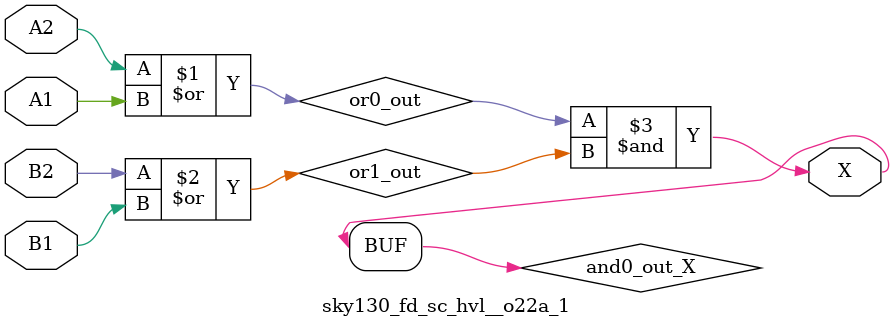
<source format=v>
/*
 * Copyright 2020 The SkyWater PDK Authors
 *
 * Licensed under the Apache License, Version 2.0 (the "License");
 * you may not use this file except in compliance with the License.
 * You may obtain a copy of the License at
 *
 *     https://www.apache.org/licenses/LICENSE-2.0
 *
 * Unless required by applicable law or agreed to in writing, software
 * distributed under the License is distributed on an "AS IS" BASIS,
 * WITHOUT WARRANTIES OR CONDITIONS OF ANY KIND, either express or implied.
 * See the License for the specific language governing permissions and
 * limitations under the License.
 *
 * SPDX-License-Identifier: Apache-2.0
*/


`ifndef SKY130_FD_SC_HVL__O22A_1_FUNCTIONAL_V
`define SKY130_FD_SC_HVL__O22A_1_FUNCTIONAL_V

/**
 * o22a: 2-input OR into both inputs of 2-input AND.
 *
 *       X = ((A1 | A2) & (B1 | B2))
 *
 * Verilog simulation functional model.
 */

`timescale 1ns / 1ps
`default_nettype none

`celldefine
module sky130_fd_sc_hvl__o22a_1 (
    X ,
    A1,
    A2,
    B1,
    B2
);

    // Module ports
    output X ;
    input  A1;
    input  A2;
    input  B1;
    input  B2;

    // Local signals
    wire or0_out   ;
    wire or1_out   ;
    wire and0_out_X;

    //  Name  Output      Other arguments
    or  or0  (or0_out   , A2, A1          );
    or  or1  (or1_out   , B2, B1          );
    and and0 (and0_out_X, or0_out, or1_out);
    buf buf0 (X         , and0_out_X      );

endmodule
`endcelldefine

`default_nettype wire
`endif  // SKY130_FD_SC_HVL__O22A_1_FUNCTIONAL_V

</source>
